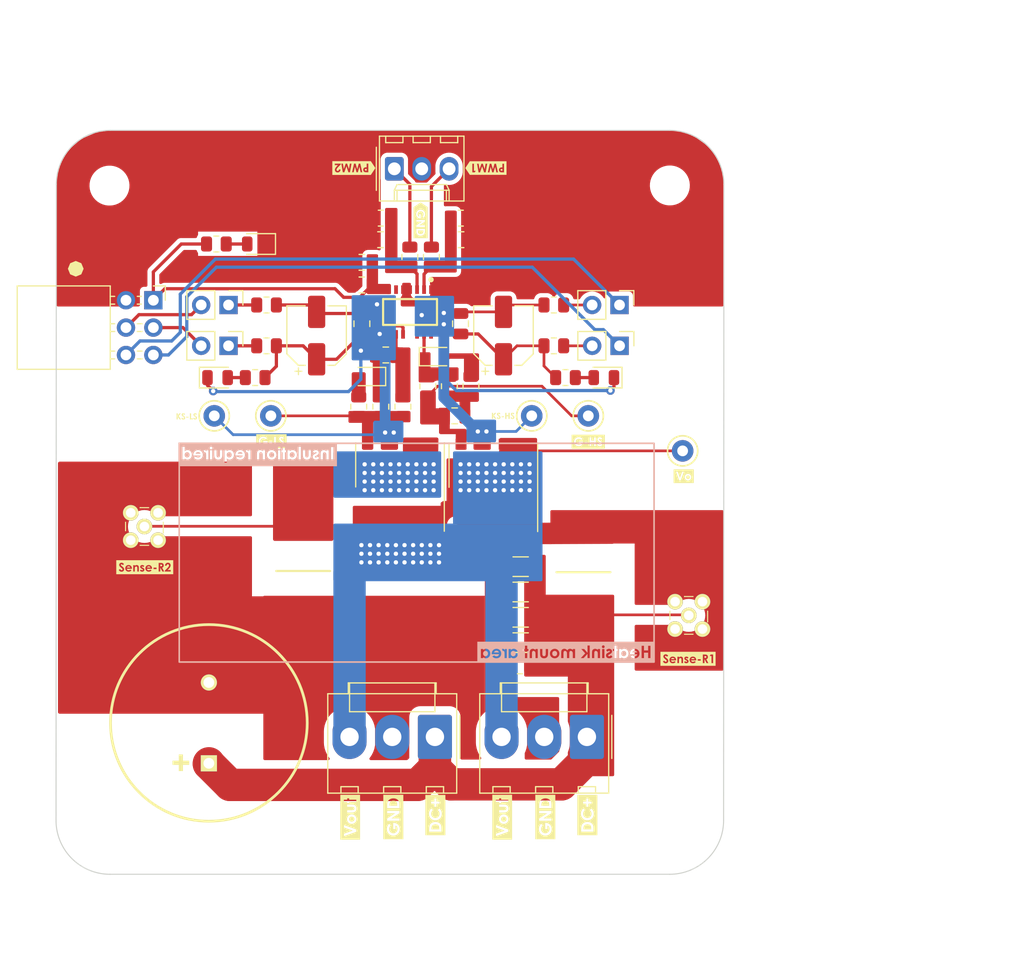
<source format=kicad_pcb>
(kicad_pcb (version 20221018) (generator pcbnew)
  (title_block (comment 4 "AISLER Project ID: ZPYPMIGU"))
  (layers (0 "F.Cu" mixed) (31 "B.Cu" mixed) (34 "B.Paste" user) (35 "F.Paste" user) (36 "B.SilkS" user "B.Silkscreen") (37 "F.SilkS" user "F.Silkscreen") (38 "B.Mask" user) (39 "F.Mask" user) (44 "Edge.Cuts" user))
  (net 0 "")
  (net 1 "GND")
  (net 2 "+3.3V")
  (net 3 "VCCA")
  (net 4 "VCCB")
  (net 5 "GND1")
  (net 6 "LED1")
  (net 7 "Net-(C5-Pad1)")
  (net 8 "Net-(D2-K)")
  (net 9 "GND2")
  (net 10 "OUTA")
  (net 11 "GND3")
  (net 12 "Net-(Q1-G)")
  (net 13 "Net-(D1-A)")
  (net 14 "Net-(D2-A)")
  (net 15 "Net-(D5-A)")
  (net 16 "Net-(D6-A)")
  (net 17 "Net-(D7-A)")
  (net 18 "Net-(J8-Pin_2)")
  (net 19 "Net-(J7-Pin_1)")
  (net 20 "HVDC+")
  (net 21 "PWM1")
  (net 22 "PWM2")
  (net 23 "OUTB")
  (net 24 "gnd-1")
  (net 25 "LED2")
  (net 26 "gnd-2")
  (net 27 "Net-(J6-Pin_1)")
  (net 28 "Net-(J5-Pin_2)")
  (net 30 "Net-(J9-Pad2)")
  (net 31 "Net-(J10-Pad1)")
  (net 32 "Net-(J1-Pin_3)")
  (net 33 "Net-(J2-Pin_1)")
  (net 34 "Net-(J2-Pin_3)")
  (net 35 "Net-(Q2-G)")
  (footprint "LED_SMD:LED_0805_2012Metric" (layer "F.Cu") (at 124.525 58.31 180)
    (fp_text reference "D5" hide)
    (fp_text value "LED")
  )
  (footprint "Connector_Molex:Molex_KK-254_AE-6410-03A_1x03_P2.54mm_Vertical" (layer "F.Cu") (at 137.235 51.33)
    (fp_text reference "J2" hide)
    (fp_text value "PWM")
  )
  (footprint "MountingHole:MountingHole_3.2mm_M3" (layer "F.Cu") (at 162.794466 52.874466)
    (fp_text reference "H3" hide)
    (fp_text value "MountingHole")
  )
  (footprint "kibuzzard-63FF1A06" (layer "F.Cu") (at 133.48 51.26 180)
    (fp_text reference "kibuzzard-63FF1A06" hide)
    (fp_text value "G***" hide)
  )
  (footprint "Resistor_SMD:R_0805_2012Metric" (layer "F.Cu") (at 143.405 55.91)
    (fp_text reference "R16" hide)
    (fp_text value "10k")
  )
  (footprint "Connector_PinHeader_2.54mm:PinHeader_1x02_P2.54mm_Vertical" (layer "F.Cu") (at 121.855 67.76 -90)
    (fp_text reference "J6" hide)
    (fp_text value "5V")
  )
  (footprint "EKXL451ELL101MM30S:CAPPRD750W80D1825H3200" (layer "F.Cu") (at 120.03 106.51 90)
    (fp_text reference "C10" hide)
    (fp_text value "100uF/450V" hide)
  )
  (footprint "Resistor_SMD:R_0805_2012Metric" (layer "F.Cu") (at 124.325 70.71)
    (fp_text reference "R12" hide)
    (fp_text value "4.7k")
  )
  (footprint "Capacitor_SMD:CP_Elec_5x5.3" (layer "F.Cu") (at 130.025 66.81 90)
    (fp_text reference "C16" hide)
    (fp_text value "10uF/35V")
  )
  (footprint "2EDF7275K:TFLGA65P500X500X106-14_13N-V" (layer "F.Cu") (at 138.6925 64.62 -90)
    (fp_text reference "IC1" hide)
    (fp_text value "2EDF7275KXUMA1")
  )
  (footprint "kibuzzard-63FF19FC" (layer "F.Cu") (at 145.73 51.26 180)
    (fp_text reference "kibuzzard-63FF19FC" hide)
    (fp_text value "G***" hide)
  )
  (footprint "Resistor_SMD:R_0805_2012Metric" (layer "F.Cu") (at 148.88 97.46 180)
    (fp_text reference "R8" hide)
    (fp_text value "500k")
  )
  (footprint "Capacitor_SMD:C_0805_2012Metric" (layer "F.Cu") (at 134.225 62.11)
    (fp_text reference "C1" hide)
    (fp_text value "100nF")
  )
  (footprint "Capacitor_SMD:C_1206_3216Metric" (layer "F.Cu") (at 148.955 88.26 180)
    (fp_text reference "C9" hide)
    (fp_text value "100nF/450V")
  )
  (footprint "TestPoint:TestPoint_Keystone_5000-5004_Miniature" (layer "F.Cu") (at 149.98 74.26)
    (fp_text reference "TP5" hide)
    (fp_text value "TestPoint_Alt")
  )
  (footprint "MMCX-J-P-H-ST-TH1:MMCXJPHSTTH1" (layer "F.Cu") (at 163.28 91.51)
    (fp_text reference "J9" hide)
    (fp_text value "MMCX-J-P-H-ST-TH1" hide)
  )
  (footprint "Resistor_SMD:R_0805_2012Metric" (layer "F.Cu") (at 125.38 63.97)
    (fp_text reference "FB2" hide)
    (fp_text value "fb")
  )
  (footprint "Resistor_SMD:R_0805_2012Metric" (layer "F.Cu") (at 138.675 59.51 -90)
    (fp_text reference "R13" hide)
    (fp_text value "100")
  )
  (footprint "Resistor_SMD:R_0805_2012Metric" (layer "F.Cu") (at 138.03 73.41 -90)
    (fp_text reference "R1" hide)
    (fp_text value "470")
  )
  (footprint "Resistor_SMD:R_0805_2012Metric" (layer "F.Cu") (at 140.3425 71.51 -90)
    (fp_text reference "R3" hide)
    (fp_text value "470")
  )
  (footprint "Capacitor_SMD:C_1206_3216Metric" (layer "F.Cu") (at 148.955 90.61 180)
    (fp_text reference "C8" hide)
    (fp_text value "100nF/450V")
  )
  (footprint "LED_SMD:LED_0805_2012Metric" (layer "F.Cu") (at 156.6725 70.71 180)
    (fp_text reference "D6" hide)
    (fp_text value "LED")
  )
  (footprint "TestPoint:TestPoint_Keystone_5000-5004_Miniature" (layer "F.Cu") (at 163.98 77.51)
    (fp_text reference "TP4" hide)
    (fp_text value "TestPoint_Alt")
  )
  (footprint "Resistor_SMD:R_0805_2012Metric" (layer "F.Cu") (at 120.725 58.31 180)
    (fp_text reference "R10" hide)
    (fp_text value "4.7k")
  )
  (footprint "kibuzzard-63EE9059" (layer "F.Cu") (at 151.24 111.494071 90)
    (fp_text reference "kibuzzard-63EE9059" hide)
    (fp_text value "G***" hide)
  )
  (footprint "Package_SON:Infineon_PG-LSON-8-1" (layer "F.Cu") (at 146.42 80.89 90)
    (fp_text reference "Q1" hide)
    (fp_text value "IGLD60R190D1")
  )
  (footprint "Resistor_SMD:R_0805_2012Metric" (layer "F.Cu") (at 142.3425 71.51 -90)
    (fp_text reference "R2" hide)
    (fp_text value "10")
  )
  (footprint "Connector_PinHeader_2.54mm:PinHeader_1x02_P2.54mm_Vertical" (layer "F.Cu") (at 121.855 63.97 -90)
    (fp_text reference "J7" hide)
    (fp_text value "GND")
  )
  (footprint "Resistor_SMD:R_0805_2012Metric" (layer "F.Cu") (at 144.3425 71.51 -90)
    (fp_text reference "R5" hide)
    (fp_text value "5.1")
  )
  (footprint "Capacitor_SMD:C_0805_2012Metric" (layer "F.Cu") (at 143.425 57.91 180)
    (fp_text reference "C14" hide)
    (fp_text value "100nF")
  )
  (footprint "Resistor_SMD:R_0805_2012Metric" (layer "F.Cu") (at 152.03 63.97)
    (fp_text reference "FB1" hide)
    (fp_text value "fb")
  )
  (footprint "Resistor_SMD:R_0805_2012Metric" (layer "F.Cu") (at 152.03 67.76)
    (fp_text reference "FB4" hide)
    (fp_text value "fb")
  )
  (footprint "Resistor_SMD:R_0805_2012Metric" (layer "F.Cu") (at 135.98 73.41 -90)
    (fp_text reference "R4" hide)
    (fp_text value "10")
  )
  (footprint "Resistor_SMD:R_0805_2012Metric" (layer "F.Cu") (at 153.1125 70.71 180)
    (fp_text reference "R11" hide)
    (fp_text value "4.7k")
  )
  (footprint "Capacitor_SMD:C_0805_2012Metric" (layer "F.Cu") (at 135.955 57.91)
    (fp_text reference "C13" hide)
    (fp_text value "100nF")
  )
  (footprint "kibuzzard-63FF1A39" (layer "F.Cu") (at 114.08 88.31)
    (fp_text reference "kibuzzard-63FF1A39" hide)
    (fp_text value "G***" hide)
  )
  (footprint "kibuzzard-63FF1AED" (layer "F.Cu") (at 117.98 74.31)
    (fp_text reference "kibuzzard-63FF1AED" hide)
    (fp_text value "G***" hide)
  )
  (footprint "kibuzzard-63EDDA14" (layer "F.Cu") (at 107.68 60.61)
    (fp_text reference "kibuzzard-63EDDA14" hide)
    (fp_text value "G***" hide)
  )
  (footprint "Connector_PinSocket_2.54mm:PinSocket_2x03_P2.54mm_Horizontal" (layer "F.Cu") (at 114.88 63.53)
    (fp_text reference "J4" hide)
    (fp_text value "Conn_02x03_Odd_Even")
  )
  (footprint "Connector_PinHeader_2.54mm:PinHeader_1x02_P2.54mm_Vertical" (layer "F.Cu") (at 158.13 67.76 -90)
    (fp_text reference "J5" hide)
    (fp_text value "5V")
  )
  (footprint "Capacitor_SMD:C_0805_2012Metric" (layer "F.Cu") (at 142.83 74.26 180)
    (fp_text reference "C5" hide)
    (fp_text value "2.2nF")
  )
  (footprint "kibuzzard-63EE9044" (layer "F.Cu") (at 155.14 111.315 90)
    (fp_text reference "kibuzzard-63EE9044" hide)
    (fp_text value "G***" hide)
  )
  (footprint "kibuzzard-63EE9044" (layer "F.Cu") (at 141.04 111.315 90)
    (fp_text reference "kibuzzard-63EE9044" hide)
    (fp_text value "G***" hide)
  )
  (footprint "footprint:RESC10052X50N" (layer "F.Cu") (at 128.78 88.66 -90)
    (fp_text reference "R9" hide)
    (fp_text value "WSLP3921L1000FEA" hide)
  )
  (footprint "MountingHole:MountingHole_3.2mm_M3" (layer "F.Cu") (at 110.808932 52.888932)
    (fp_text reference "H4" hide)
    (fp_text value "MountingHole")
  )
  (footprint "Package_SON:Infineon_PG-LSON-8-1" (layer "F.Cu") (at 137.76 80.86 90)
    (fp_text reference "Q2" hide)
    (fp_text value "IGLD60R190D1")
  )
  (footprint "Diode_SMD:D_SOD-323" (layer "F.Cu") (at 134.93 70.61 180)
    (fp_text reference "D2" hide)
    (fp_text value "BAT165")
  )
  (footprint "Capacitor_SMD:C_0805_2012Metric" (layer "F.Cu") (at 136.4425 68.61 180)
    (fp_text reference "C4" hide)
    (fp_text value "2.2nF")
  )
  (footprint "Connector_Molex:Molex_KK-396_A-41791-0003_1x03_P3.96mm_Vertical" (layer "F.Cu") (at 141 104.06 180)
    (fp_text reference "J3" hide)
    (fp_text value "HVDC")
  )
  (footprint "kibuzzard-63EDD5C6" (layer "F.Cu") (at 125.83 76.61)
    (fp_text reference "kibuzzard-63EDD5C6" hide)
    (fp_text value "G***" hide)
  )
  (footprint "Resistor_SMD:R_0805_2012Metric" (layer "F.Cu") (at 140.675 59.51 -90)
    (fp_text reference "R14" hide)
    (fp_text value "100")
  )
  (footprint "TestPoint:TestPoint_Keystone_5000-5004_Miniature" (layer "F.Cu") (at 125.78 74.26)
    (fp_text reference "TP2" hide)
    (fp_text value "TestPoint_Alt")
  )
  (footprint "MMCX-J-P-H-ST-TH1:MMCXJPHSTTH1" (layer "F.Cu") (at 112.78 83.26)
    (fp_text reference "J10" hide)
    (fp_text value "MMCX-J-P-H-ST-TH1" hide)
  )
  (footprint "kibuzzard-63EDD756" (layer "F.Cu") (at 164.08 79.86)
    (fp_text reference "kibuzzard-63EDD756" hide)
    (fp_text value "G***" hide)
  )
  (footprint "LED_SMD:LED_0805_2012Metric" (layer "F.Cu") (at 120.8375 70.71)
    (fp_text reference "D7" hide)
    (fp_text value "LED")
  )
  (footprint "kibuzzard-63FF19DB" (layer "F.Cu") (at 139.675 56.11 -90)
    (fp_text reference "kibuzzard-63FF19DB" hide)
    (fp_text value "G***" hide)
  )
  (footprint "Resistor_SMD:R_0805_2012Metric" (layer "F.Cu") (at 135.975 55.91 180)
    (fp_text reference "R15" hide)
    (fp_text value "10k")
  )
  (footprint "TestPoint:TestPoint_Keystone_5000-5004_Miniature" (layer "F.Cu") (at 155.23 74.26)
    (fp_text reference "TP1" hide)
    (fp_text value "TestPoint_Alt")
  )
  (footprint "kibuzzard-63EE9091" (layer "F.Cu") (at 133.14 111.515 90)
    (fp_text reference "kibuzzard-63EE9091" hide)
    (fp_text value "G***" hide)
  )
  (footprint "kibuzzard-63EDD5E0" (layer "F.Cu") (at 155.225 76.66)
    (fp_text reference "kibuzzard-63EDD5E0" hide)
    (fp_text value "G***" hide)
  )
  (footprint "Capacitor_SMD:C_1206_3216Metric" (layer "F.Cu") (at 148.955 95.31 180)
    (fp_text reference "C7" hide)
    (fp_text value "100nF/450V")
  )
  (footprint "kibuzzard-63EDD791" (layer "F.Cu") (at 164.48 96.81)
    (fp_text reference "kibuzzard-63EDD791" hide)
    (fp_text value "G***" hide)
  )
  (footprint "kibuzzard-63FF2B27" (layer "F.Cu") (at 117.43 106.46)
    (fp_text reference "kibuzzard-63FF2B27" hide)
    (fp_text value "G***" hide)
  )
  (footprint "footprint:RESC10052X50N" (layer "F.Cu") (at 154.78 88.77 -90)
    (fp_text reference "R7" hide)
    (fp_text value "WSLP3921L1000FEA" hide)
  )
  (footprint "kibuzzard-63EE9091" (layer "F.Cu") (at 147.24 111.515 90)
    (fp_text reference "kibuzzard-63EE9091" hide)
    (fp_text value "G***" hide)
  )
  (footprint "Diode_SMD:D_SOD-323" (layer "F.Cu") (at 141.0475 68.76)
    (fp_text reference "D1" hide)
    (fp_text value "BAT165")
  )
  (footprint "Connector_Molex:Molex_KK-396_A-41791-0003_1x03_P3.96mm_Vertical" (layer "F.Cu") (at 155.1 104.06 180)
    (fp_text reference "J1" hide)
    (fp_text value "HVDC")
  )
  (footprint "kibuzzard-63FF1AF8" (layer "F.Cu") (at 147.33 74.26)
    (fp_text reference "kibuzzard-63FF1AF8" hide)
    (fp_text value "G***" hide)
  )
  (footprint "MountingHole:MountingHole_3.2mm_M3" (layer "F.Cu") (at 162.78 111.81)
    (fp_text reference "H1" hide)
    (fp_text value "MountingHole")
  )
  (footprint "Capacitor_SMD:C_0805_2012Metric" (layer "F.Cu") (at 134.225 65.71 -90)
    (fp_text reference "C3" hide)
    (fp_text value "1uF")
  )
  (footprint "Capacitor_SMD:C_0805_2012Metric" (layer "F.Cu") (at 134.225 60.01)
    (fp_text reference "C11" hide)
    (fp_text value "100nF")
  )
  (footprint "Connector_PinHeader_2.54mm:PinHeader_1x02_P2.54mm_Vertical" (layer "F.Cu") (at 158.125 63.97 -90)
    (fp_text reference "J8" hide)
    (fp_text value "GND")
  )
  (footprint "kibuzzard-63EE9059" (layer "F.Cu") (at 137.14 111.494071 90)
    (fp_text reference "kibuzzard-63EE9059" hide)
    (fp_text value "G***" hide)
  )
  (footprint "Resistor_SMD:R_0805_2012Metric" (layer "F.Cu") (at 125.38 67.76 180)
    (fp_text reference "FB3" hide)
    (fp_text value "fb")
  )
  (footprint "Capacitor_SMD:C_0805_2012Metric" (layer "F.Cu") (at 143.375 65.71 -90)
    (fp_text reference "C2" hide)
    (fp_text value "1uF")
  )
  (footprint "TestPoint:TestPoint_Keystone_5000-5004_Miniature" (layer "F.Cu") (at 120.53 74.26)
    (fp_text reference "TP3" hide)
    (fp_text value "TestPoint_Alt")
  )
  (footprint "Capacitor_SMD:CP_Elec_5x5.3" (layer "F.Cu") (at 147.3625 66.81 90)
    (fp_text reference "C15" hide)
    (fp_text value "10uF/35V")
  )
  (footprint "MountingHole:MountingHole_3.2mm_M3" (layer "F.Cu") (at 110.88 111.81)
    (fp_text reference "H2" hide)
    (fp_text value "MountingHole")
  )
  (footprint "Capacitor_SMD:C_1206_3216Metric" (layer "F.Cu") (at 148.955 92.96 180)
    (fp_text reference "C6" hide)
    (fp_text value "100nF/450V")
  )
  (footprint "Resistor_SMD:R_0805_2012Metric" (layer "F.Cu") (at 133.93 73.41 -90)
    (fp_text reference "R6" hide)
    (fp_text value "5.1")
  )
  (footprint "kibuzzard-63FF27E9" (layer "B.Cu") (at 153.13 96.16 180)
    (fp_text reference "kibuzzard-63FF27E9" hide)
    (fp_text value "G***" hide)
  )
  (footprint "kibuzzard-63FF2952" (layer "B.Cu") (at 124.58 77.86 180)
    (fp_text reference "kibuzzard-63FF2952" hide)
    (fp_text value "G***" hide)
  )
  (gr_rect (start 117.28 76.81) (end 161.33 97.11) (stroke (width 0.15)) (fill none) (layer "B.SilkS"))
  (gr_line (start 167.78 111.81) (end 167.808932 52.774466) (stroke (width 0.1)) (layer "Edge.Cuts"))
  (gr_line (start 110.88 47.76) (end 162.794466 47.76) (stroke (width 0.1)) (layer "Edge.Cuts"))
  (gr_line (start 105.88 52.76) (end 105.851068 111.81) (stroke (width 0.1)) (layer "Edge.Cuts"))
  (gr_arc (start 110.851068 116.81) (mid 107.315524 115.345544) (end 105.851068 111.81) (stroke (width 0.1)) (layer "Edge.Cuts"))
  (gr_arc (start 105.88 52.76) (mid 107.344466 49.224466) (end 110.88 47.76) (stroke (width 0.1)) (layer "Edge.Cuts"))
  (gr_line (start 110.851068 116.81) (end 162.78 116.81) (stroke (width 0.1)) (layer "Edge.Cuts"))
  (gr_arc (start 167.78 111.81) (mid 166.315544 115.345544) (end 162.78 116.81) (stroke (width 0.1)) (layer "Edge.Cuts"))
  (gr_arc (start 162.794466 47.76) (mid 166.336031 49.232921) (end 167.808932 52.774466) (stroke (width 0.1)) (layer "Edge.Cuts"))
  (segment (start 131.73 62.46) (end 115.95 62.46) (width 0.3) (layer "F.Cu") (net 2))
  (segment (start 132.53 63.26) (end 131.73 62.46) (width 0.3) (layer "F.Cu") (net 2))
  (segment (start 115.95 62.46) (end 114.88 63.53) (width 0.3) (layer "F.Cu") (net 2))
  (segment (start 114.88 63.53) (end 114.88 60.9) (width 0.3) (layer "F.Cu") (net 2))
  (segment (start 119.8125 58.31) (end 117.47 58.31) (width 0.3) (layer "F.Cu") (net 2))
  (segment (start 114.88 60.9) (end 117.47 58.31) (width 0.3) (layer "F.Cu") (net 2))
  (segment (start 135.175 62.11) (end 134.025 63.26) (width 0.3) (layer "F.Cu") (net 2))
  (segment (start 134.025 63.26) (end 132.53 63.26) (width 0.3) (layer "F.Cu") (net 2))
  (segment (start 156.63 66.26) (end 155.83 66.26) (width 0.3) (layer "B.Cu") (net 3))
  (segment (start 150.03 60.46) (end 120.73 60.46) (width 0.3) (layer "B.Cu") (net 3))
  (segment (start 155.83 66.26) (end 150.03 60.46) (width 0.3) (layer "B.Cu") (net 3))
  (segment (start 158.13 67.76) (end 156.63 66.26) (width 0.3) (layer "B.Cu") (net 3))
  (segment (start 120.73 60.46) (end 117.98 63.21) (width 0.3) (layer "B.Cu") (net 3))
  (segment (start 117.98 66.910001) (end 116.28 68.61) (width 0.3) (layer "B.Cu") (net 3))
  (segment (start 117.98 63.21) (end 117.98 66.910001) (width 0.3) (layer "B.Cu") (net 3))
  (segment (start 116.28 68.61) (end 114.88 68.61) (width 0.3) (layer "B.Cu") (net 3))
  (segment (start 117.625 66.07) (end 119.315 67.76) (width 0.3) (layer "F.Cu") (net 4))
  (segment (start 114.88 66.07) (end 117.625 66.07) (width 0.3) (layer "F.Cu") (net 4))
  (segment (start 113.64 67.31) (end 112.34 68.61) (width 0.3) (layer "B.Cu") (net 5))
  (segment (start 117.38 66.51) (end 116.58 67.31) (width 0.3) (layer "B.Cu") (net 5))
  (segment (start 116.58 67.31) (end 113.64 67.31) (width 0.3) (layer "B.Cu") (net 5))
  (segment (start 153.865 59.71) (end 120.63 59.71) (width 0.3) (layer "B.Cu") (net 5))
  (segment (start 117.38 62.96) (end 117.38 66.51) (width 0.3) (layer "B.Cu") (net 5))
  (segment (start 158.125 63.97) (end 153.865 59.71) (width 0.3) (layer "B.Cu") (net 5))
  (segment (start 120.63 59.71) (end 117.38 62.96) (width 0.3) (layer "B.Cu") (net 5))
  (segment (start 151.1175 67.76) (end 151.1175 69.6275) (width 0.25) (layer "F.Cu") (net 6))
  (segment (start 148.6125 67.76) (end 147.3625 69.01) (width 0.25) (layer "F.Cu") (net 6))
  (segment (start 145.0125 66.66) (end 147.3625 69.01) (width 0.3) (layer "F.Cu") (net 6))
  (segment (start 143.34 66.695) (end 140.6425 66.695) (width 0.3) (layer "F.Cu") (net 6))
  (segment (start 143.375 66.66) (end 145.0125 66.66) (width 0.3) (layer "F.Cu") (net 6))
  (segment (start 151.1175 67.76) (end 148.6125 67.76) (width 0.25) (layer "F.Cu") (net 6))
  (segment (start 143.375 66.66) (end 143.34 66.695) (width 0.3) (layer "F.Cu") (net 6))
  (segment (start 151.1175 69.6275) (end 152.2 70.71) (width 0.25) (layer "F.Cu") (net 6))
  (segment (start 118.415 64.87) (end 113.54 64.87) (width 0.3) (layer "F.Cu") (net 9))
  (segment (start 113.54 64.87) (end 112.34 66.07) (width 0.3) (layer "F.Cu") (net 9))
  (segment (start 119.315 63.97) (end 118.415 64.87) (width 0.3) (layer "F.Cu") (net 9))
  (segment (start 139.9925 68.755) (end 139.9975 68.76) (width 0.3) (layer "F.Cu") (net 10))
  (segment (start 139.9925 66.695) (end 139.9925 68.755) (width 0.3) (layer "F.Cu") (net 10))
  (segment (start 155.23 74.26) (end 153.68 74.26) (width 0.25) (layer "F.Cu") (net 12))
  (segment (start 153.68 74.26) (end 150.93 71.51) (width 0.25) (layer "F.Cu") (net 12))
  (segment (start 150.93 71.51) (end 141.255 71.51) (width 0.25) (layer "F.Cu") (net 12))
  (segment (start 141.255 71.51) (end 140.3425 72.4225) (width 0.25) (layer "F.Cu") (net 12))
  (segment (start 121.6375 58.31) (end 123.5875 58.31) (width 0.3) (layer "F.Cu") (net 15))
  (segment (start 154.025 70.71) (end 155.735 70.71) (width 0.3) (layer "F.Cu") (net 16))
  (segment (start 123.4125 70.71) (end 121.775 70.71) (width 0.3) (layer "F.Cu") (net 17))
  (segment (start 155.585 63.97) (end 152.9425 63.97) (width 0.25) (layer "F.Cu") (net 18))
  (segment (start 121.855 63.97) (end 124.4675 63.97) (width 0.3) (layer "F.Cu") (net 19))
  (segment (start 139.39 108.515) (end 141 106.905) (width 3) (layer "F.Cu") (net 20))
  (segment (start 155.1 106.105) (end 155.1 104.06) (width 3) (layer "F.Cu") (net 20))
  (segment (start 164.502 92.732) (end 154.968 92.732) (width 0.25) (layer "F.Cu") (net 20))
  (segment (start 164.55 92.78) (end 164.502 92.732) (width 0.25) (layer "F.Cu") (net 20))
  (segment (start 141 104.06) (end 141 106.975) (width 3) (layer "F.Cu") (net 20))
  (segment (start 152.74 108.465) (end 155.1 106.105) (width 3) (layer "F.Cu") (net 20))
  (segment (start 141 106.975) (end 142.49 108.465) (width 3) (layer "F.Cu") (net 20))
  (segment (start 121.985 108.515) (end 120.03 106.56) (width 3) (layer "F.Cu") (net 20))
  (segment (start 142.49 108.465) (end 152.74 108.465) (width 3) (layer "F.Cu") (net 20))
  (segment (start 120.03 106.56) (end 120.03 106.51) (width 3) (layer "F.Cu") (net 20))
  (segment (start 141 106.905) (end 141 104.06) (width 3) (layer "F.Cu") (net 20))
  (segment (start 121.985 108.515) (end 139.39 108.515) (width 3) (layer "F.Cu") (net 20))
  (segment (start 154.968 92.732) (end 154.78 92.92) (width 0.25) (layer "F.Cu") (net 20))
  (segment (start 139.9925 61.105) (end 140.675 60.4225) (width 0.3) (layer "F.Cu") (net 21))
  (segment (start 139.9925 62.545) (end 139.9925 61.105) (width 0.3) (layer "F.Cu") (net 21))
  (segment (start 139.3425 61.09) (end 138.675 60.4225) (width 0.3) (layer "F.Cu") (net 22))
  (segment (start 139.3425 62.545) (end 139.3425 61.09) (width 0.3) (layer "F.Cu") (net 22))
  (segment (start 137.3925 66.695) (end 137.3925 68.61) (width 0.3) (layer "F.Cu") (net 23))
  (segment (start 139.775 64.91) (end 139.3425 65.3425) (width 0.25) (layer "F.Cu") (net 24))
  (segment (start 141.875 64.76) (end 143.875 64.76) (width 0.25) (layer "F.Cu") (net 24))
  (segment (start 151.1175 63.97) (end 148.0025 63.97) (width 0.25) (layer "F.Cu") (net 24))
  (segment (start 144.025 64.61) (end 147.3625 64.61) (width 0.25) (layer "F.Cu") (net 24))
  (segment (start 141.825 64.71) (end 141.875 64.76) (width 0.25) (layer "F.Cu") (net 24))
  (segment (start 157.28 71.91) (end 157.61 71.58) (width 0.3) (layer "F.Cu") (net 24))
  (segment (start 139.3425 65.3425) (end 139.3425 66.695) (width 0.25) (layer "F.Cu") (net 24))
  (segment (start 157.61 71.58) (end 157.61 70.71) (width 0.3) (layer "F.Cu") (net 24))
  (segment (start 141.625 64.91) (end 139.775 64.91) (width 0.3) (layer "F.Cu") (net 24))
  (segment (start 148.0025 63.97) (end 147.3625 64.61) (width 0.25) (layer "F.Cu") (net 24))
  (segment (start 141.825 64.71) (end 141.825 65.76) (width 0.3) (layer "F.Cu") (net 24))
  (segment (start 141.825 64.71) (end 141.625 64.91) (width 0.3) (layer "F.Cu") (net 24))
  (segment (start 143.875 64.76) (end 144.025 64.61) (width 0.25) (layer "F.Cu") (net 24))
  (via (at 145.78 75.71) (size 0.8) (drill 0.4) (layers "F.Cu" "B.Cu") (net 24))
  (via (at 144.98 75.71) (size 0.8) (drill 0.4) (layers "F.Cu" "B.Cu") (net 24))
  (via (at 139.775 64.91) (size 0.8) (drill 0.4) (layers "F.Cu" "B.Cu") (net 24))
  (via (at 141.825 64.71) (size 0.8) (drill 0.4) (layers "F.Cu" "B.Cu") (net 24))
  (via (at 141.825 65.76) (size 0.8) (drill 0.4) (layers "F.Cu" "B.Cu") (net 24))
  (via (at 157.28 71.91) (size 0.8) (drill 0.4) (layers "F.Cu" "B.Cu") (net 24))
  (segment (start 141.825 65.76) (end 141.825 71.21) (width 1) (layer "B.Cu") (net 24))
  (segment (start 141.825 71.21) (end 141.825 72.555) (width 1) (layer "B.Cu") (net 24))
  (segment (start 148.53 75.71) (end 145.78 75.71) (width 0.25) (layer "B.Cu") (net 24))
  (segment (start 142.98 71.91) (end 142.28 71.21) (width 0.3) (layer "B.Cu") (net 24))
  (segment (start 141.825 72.555) (end 144.98 75.71) (width 1) (layer "B.Cu") (net 24))
  (segment (start 142.28 71.21) (end 141.825 71.21) (width 0.3) (layer "B.Cu") (net 24))
  (segment (start 149.98 74.26) (end 148.53 75.71) (width 0.25) (layer "B.Cu") (net 24))
  (segment (start 157.28 71.91) (end 142.98 71.91) (width 0.3) (layer "B.Cu") (net 24))
  (segment (start 126.2925 69.655) (end 125.2375 70.71) (width 0.3) (layer "F.Cu") (net 25))
  (segment (start 128.775 67.76) (end 130.025 69.01) (width 0.3) (layer "F.Cu") (net 25))
  (segment (start 138.0425 66.07) (end 138.0425 66.695) (width 0.3) (layer "F.Cu") (net 25))
  (segment (start 126.2925 67.76) (end 126.2925 69.655) (width 0.3) (layer "F.Cu") (net 25))
  (segment (start 130.025 69.01) (end 131.875 69.01) (width 0.3) (layer "F.Cu") (net 25))
  (segment (start 134.225 66.66) (end 134.975 65.91) (width 0.3) (layer "F.Cu") (net 25))
  (segment (start 134.975 65.91) (end 137.8825 65.91) (width 0.3) (layer "F.Cu") (net 25))
  (segment (start 137.8825 65.91) (end 138.0425 66.07) (width 0.3) (layer "F.Cu") (net 25))
  (segment (start 126.2925 67.76) (end 128.775 67.76) (width 0.3) (layer "F.Cu") (net 25))
  (segment (start 131.875 69.01) (end 134.225 66.66) (width 0.3) (layer "F.Cu") (net 25))
  (segment (start 129.385 63.97) (end 130.025 64.61) (width 0.3) (layer "F.Cu") (net 26))
  (segment (start 134.225 64.76) (end 130.175 64.76) (width 0.3) (layer "F.Cu") (net 26))
  (segment (start 135.798528 66.66) (end 135.875 66.66) (width 0.3) (layer "F.Cu") (net 26))
  (segment (start 134.225 64.76) (end 134.775 64.76) (width 0.3) (layer "F.Cu") (net 26))
  (segment (start 135.875 66.66) (end 135.91 66.695) (width 0.25) (layer "F.Cu") (net 26))
  (segment (start 134.13 68.21) (end 134.248528 68.21) (width 0.3) (layer "F.Cu") (net 26))
  (segment (start 119.9 71.43) (end 119.9 70.71) (width 0.3) (layer "F.Cu") (net 26))
  (segment (start 130.175 64.76) (end 130.025 64.61) (width 0.3) (layer "F.Cu") (net 26))
  (segment (start 126.2925 63.97) (end 129.385 63.97) (width 0.3) (layer "F.Cu") (net 26))
  (segment (start 134.775 64.76) (end 135.625 63.91) (width 0.3) (layer "F.Cu") (net 26))
  (segment (start 134.248528 68.21) (end 135.798528 66.66) (width 0.3) (layer "F.Cu") (net 26))
  (segment (start 135.91 66.695) (end 136.7425 66.695) (width 0.25) (layer "F.Cu") (net 26))
  (segment (start 120.43 71.96) (end 119.9 71.43) (width 0.3) (layer "F.Cu") (net 26))
  (via (at 135.625 63.91) (size 0.8) (drill 0.4) (layers "F.Cu" "B.Cu") (net 26))
  (via (at 136.38 75.81) (size 0.8) (drill 0.4) (layers "F.Cu" "B.Cu") (net 26))
  (via (at 134.13 68.21) (size 0.8) (drill 0.4) (layers "F.Cu" "B.Cu") (net 26))
  (via (at 120.43 71.96) (size 0.8) (drill 0.4) (layers "F.Cu" "B.Cu") (net 26))
  (via (at 135.875 66.66) (size 0.8) (drill 0.4) (layers "F.Cu" "B.Cu") (net 26))
  (via (at 137.18 75.81) (size 0.8) (drill 0.4) (layers "F.Cu" "B.Cu") (net 26))
  (segment (start 122.28 76.01) (end 120.53 74.26) (width 0.25) (layer "B.Cu") (net 26))
  (segment (start 136.38 75.81) (end 136.38 68.71) (width 1) (layer "B.Cu") (net 26))
  (segment (start 136.18 76.01) (end 136.38 75.81) (width 0.25) (layer "B.Cu") (net 26))
  (segment (start 120.43 71.96) (end 120.48 72.01) (width 0.3) (layer "B.Cu") (net 26))
  (segment (start 132.98 72.01) (end 134.13 70.86) (width 0.3) (layer "B.Cu") (net 26))
  (segment (start 120.48 72.01) (end 132.98 72.01) (width 0.3) (layer "B.Cu") (net 26))
  (segment (start 134.13 70.86) (end 134.13 68.21) (width 0.3) (layer "B.Cu") (net 26))
  (segment (start 136.18 76.01) (end 122.28 76.01) (width 0.25) (layer "B.Cu") (net 26))
  (segment (start 121.855 67.76) (end 124.4675 67.76) (width 0.3) (layer "F.Cu") (net 27))
  (segment (start 155.59 67.76) (end 152.9425 67.76) (width 0.25) (layer "F.Cu") (net 28))
  (segment (start 128.78 84.51) (end 114.07 84.51) (width 0.25) (layer "F.Cu") (net 31))
  (segment (start 137.55 79.96) (end 137.52 79.99) (width 0.25) (layer "F.Cu") (net 31))
  (segment (start 114.07 84.51) (end 114.05 84.53) (width 0.25) (layer "F.Cu") (net 31))
  (via (at 139.28 81.16) (size 0.8) (drill 0.4) (layers "F.Cu" "B.Cu") (net 31))
  (via (at 140.08 79.56) (size 0.8) (drill 0.4) (layers "F.Cu" "B.Cu") (net 31))
  (via (at 140.88 78.76) (size 0.8) (drill 0.4) (layers "F.Cu" "B.Cu") (net 31))
  (via (at 135.28 80.36) (size 0.8) (drill 0.4) (layers "F.Cu" "B.Cu") (net 31))
  (via (at 136.08 79.56) (size 0.8) (drill 0.4) (layers "F.Cu" "B.Cu") (net 31))
  (via (at 134.48 81.16) (size 0.8) (drill 0.4) (layers "F.Cu" "B.Cu") (net 31))
  (via (at 136.88 78.76) (size 0.8) (drill 0.4) (layers "F.Cu" "B.Cu") (net 31))
  (via (at 136.08 81.16) (size 0.8) (drill 0.4) (layers "F.Cu" "B.Cu") (net 31))
  (via (at 136.08 78.76) (size 0.8) (drill 0.4) (layers "F.Cu" "B.Cu") (net 31))
  (via (at 136.08 80.36) (size 0.8) (drill 0.4) (layers "F.Cu" "B.Cu") (net 31))
  (via (at 140.88 80.36) (size 0.8) (drill 0.4) (layers "F.Cu" "B.Cu") (net 31))
  (via (at 140.88 79.56) (size 0.8) (drill 0.4) (layers "F.Cu" "B.Cu") (net 31))
  (via (at 135.28 79.56) (size 0.8) (drill 0.4) (layers "F.Cu" "B.Cu") (net 31))
  (via (at 138.48 80.36) (size 0.8) (drill 0.4) (layers "F.Cu" "B.Cu") (net 31))
  (via (at 140.88 81.16) (size 0.8) (drill 0.4) (layers "F.Cu" "B.Cu") (net 31))
  (via (at 134.48 79.56) (size 0.8) (drill 0.4) (layers "F.Cu" "B.Cu") (net 31))
  (via (at 138.48 79.56) (size 0.8) (drill 0.4) (layers "F.Cu" "B.Cu") (net 31))
  (via (at 139.28 78.76) (size 0.8) (drill 0.4) (layers "F.Cu" "B.Cu") (net 31))
  (via (at 140.08 81.16) (size 0.8) (drill 0.4) (layers "F.Cu" "B.Cu") (net 31))
  (via (at 134.48 80.36) (size 0.8) (drill 0.4) (layers "F.Cu" "B.Cu") (net 31))
  (via (at 139.28 80.36) (size 0.8) (drill 0.4) (layers "F.Cu" "B.Cu") (net 31))
  (via (at 138.48 81.16) (size 0.8) (drill 0.4) (layers "F.Cu" "B.Cu") (net 31))
  (via (at 138.48 78.76) (size 0.8) (drill 0.4) (layers "F.Cu" "B.Cu") (net 31))
  (via (at 137.68 79.56) (size 0.8) (drill 0.4) (layers "F.Cu" "B.Cu") (net 31))
  (via (at 135.28 81.16) (size 0.8) (drill 0.4) (layers "F.Cu" "B.Cu") (net 31))
  (via (at 140.08 80.36) (size 0.8) (drill 0.4) (layers "F.Cu" "B.Cu") (net 31))
  (via (at 136.88 81.16) (size 0.8) (drill 0.4) (layers "F.Cu" "B.Cu") (net 31))
  (via (at 134.48 78.76) (size 0.8) (drill 0.4) (layers "F.Cu" "B.Cu") (net 31))
  (via (at 139.28 79.56) (size 0.8) (drill 0.4) (layers "F.Cu" "B.Cu") (net 31))
  (via (at 136.88 79.56) (size 0.8) (drill 0.4) (layers "F.Cu" "B.Cu") (net 31))
  (via (at 137.68 78.76) (size 0.8) (drill 0.4) (layers "F.Cu" "B.Cu") (net 31))
  (via (at 137.68 80.36) (size 0.8) (drill 0.4) (layers "F.Cu" "B.Cu") (net 31))
  (via (at 136.88 80.36) (size 0.8) (drill 0.4) (layers "F.Cu" "B.Cu") (net 31))
  (via (at 140.08 78.76) (size 0.8) (drill 0.4) (layers "F.Cu" "B.Cu") (net 31))
  (via (at 135.28 78.76) (size 0.8) (drill 0.4) (layers "F.Cu" "B.Cu") (net 31))
  (via (at 137.68 81.16) (size 0.8) (drill 0.4) (layers "F.Cu" "B.Cu") (net 31))
  (segment (start 163.98 77.51) (end 149.78 77.51) (width 0.25) (layer "F.Cu") (net 32))
  (via (at 148.18 79.56) (size 0.8) (drill 0.4) (layers "F.Cu" "B.Cu") (net 32))
  (via (at 148.98 79.56) (size 0.8) (drill 0.4) (layers "F.Cu" "B.Cu") (net 32))
  (via (at 134.98 87.86) (size 0.8) (drill 0.4) (layers "F.Cu" "B.Cu") (net 32))
  (via (at 144.18 80.36) (size 0.8) (drill 0.4) (layers "F.Cu" "B.Cu") (net 32))
  (via (at 134.98 87.06) (size 0.8) (drill 0.4) (layers "F.Cu" "B.Cu") (net 32))
  (via (at 147.38 79.56) (size 0.8) (drill 0.4) (layers "F.Cu" "B.Cu") (net 32))
  (via (at 148.98 80.36) (size 0.8) (drill 0.4) (layers "F.Cu" "B.Cu") (net 32))
  (via (at 145.78 79.56) (size 0.8) (drill 0.4) (layers "F.Cu" "B.Cu") (net 32))
  (via (at 143.38 81.16) (size 0.8) (drill 0.4) (layers "F.Cu" "B.Cu") (net 32))
  (via (at 145.78 80.36) (size 0.8) (drill 0.4) (layers "F.Cu" "B.Cu") (net 32))
  (via (at 138.18 86.26) (size 0.8) (drill 0.4) (layers "F.Cu" "B.Cu") (net 32))
  (via (at 149.78 80.36) (size 0.8) (drill 0.4) (layers "F.Cu" "B.Cu") (net 32))
  (via (at 136.58 86.26) (size 0.8) (drill 0.4) (layers "F.Cu" "B.Cu") (net 32))
  (via (at 147.38 78.76) (size 0.8) (drill 0.4) (layers "F.Cu" "B.Cu") (net 32))
  (via (at 140.58 87.86) (size 0.8) (drill 0.4) (layers "F.Cu" "B.Cu") (net 32))
  (via (at 140.58 87.06) (size 0.8) (drill 0.4) (layers "F.Cu" "B.Cu") (net 32))
  (via (at 143.38 79.56) (size 0.8) (drill 0.4) (layers "F.Cu" "B.Cu") (net 32))
  (via (at 138.98 87.86) (size 0.8) (drill 0.4) (layers "F.Cu" "B.Cu") (net 32))
  (via (at 140.58 86.26) (size 0.8) (drill 0.4) (layers "F.Cu" "B.Cu") (net 32))
  (via (at 143.38 78.76) (size 0.8) (drill 0.4) (layers "F.Cu" "B.Cu") (net 32))
  (via (at 136.58 87.86) (size 0.8) (drill 0.4) (layers "F.Cu" "B.Cu") (net 32))
  (via (at 143.38 80.36) (size 0.8) (drill 0.4) (layers "F.Cu" "B.Cu") (net 32))
  (via (at 137.38 87.86) (size 0.8) (drill 0.4) (layers "F.Cu" "B.Cu") (net 32))
  (via (at 138.18 87.86) (size 0.8) (drill 0.4) (layers "F.Cu" "B.Cu") (net 32))
  (via (at 149.78 81.16) (size 0.8) (drill 0.4) (layers "F.Cu" "B.Cu") (net 32))
  (via (at 145.78 78.76) (size 0.8) (drill 0.4) (layers "F.Cu" "B.Cu") (net 32))
  (via (at 138.98 87.06) (size 0.8) (drill 0.4) (layers "F.Cu" "B.Cu") (net 32))
  (via (at 147.38 80.36) (size 0.8) (drill 0.4) (layers "F.Cu" "B.Cu") (net 32))
  (via (at 134.18 86.26) (size 0.8) (drill 0.4) (layers "F.Cu" "B.Cu") (net 32))
  (via (at 148.18 78.76) (size 0.8) (drill 0.4) (layers "F.Cu" "B.Cu") (net 32))
  (via (at 149.78 79.56) (size 0.8) (drill 0.4) (layers "F.Cu" "B.Cu") (net 32))
  (via (at 137.38 87.06) (size 0.8) (drill 0.4) (layers "F.Cu" "B.Cu") (net 32))
  (via (at 141.38 87.86) (size 0.8) (drill 0.4) (layers "F.Cu" "B.Cu") (net 32))
  (via (at 139.78 87.06) (size 0.8) (drill 0.4) (layers "F.Cu" "B.Cu") (net 32))
  (via (at 148.18 81.16) (size 0.8) (drill 0.4) (layers "F.Cu" "B.Cu") (net 32))
  (via (at 147.38 81.16) (size 0.8) (drill 0.4) (layers "F.Cu" "B.Cu") (net 32))
  (via (at 139.78 87.86) (size 0.8) (drill 0.4) (layers "F.Cu" "B.Cu") (net 32))
  (via (at 135.78 86.26) (size 0.8) (drill 0.4) (layers "F.Cu" "B.Cu") (net 32))
  (via (at 146.58 79.56) (size 0.8) (drill 0.4) (layers "F.Cu" "B.Cu") (net 32))
  (via (at 135.78 87.86) (size 0.8) (drill 0.4) (layers "F.Cu" "B.Cu") (net 32))
  (via (at 146.58 80.36) (size 0.8) (drill 0.4) (layers "F.Cu" "B.Cu") (net 32))
  (via (at 144.98 80.36) (size 0.8) (drill 0.4) (layers "F.Cu" "B.Cu") (net 32))
  (via (at 144.98 81.16) (size 0.8) (drill 0.4) (layers "F.Cu" "B.Cu") (net 32))
  (via (at 141.38 86.26) (size 0.8) (drill 0.4) (layers "F.Cu" "B.Cu") (net 32))
  (via (at 138.98 86.26) (size 0.8) (drill 0.4) (layers "F.Cu" "B.Cu") (net 32))
  (via (at 144.18 79.56) (size 0.8) (drill 0.4) (layers "F.Cu" "B.Cu") (net 32))
  (via (at 134.18 87.06) (size 0.8) (drill 0.4) (layers "F.Cu" "B.Cu") (net 32))
  (via (at 146.58 81.16) (size 0.8) (drill 0.4) (layers "F.Cu" "B.Cu") (net 32))
  (via (at 146.58 78.76) (size 0.8) (drill 0.4) (layers "F.Cu" "B.Cu") (net 32))
  (via (at 148.98 78.76) (size 0.8) (drill 0.4) (layers "F.Cu" "B.Cu") (net 32))
  (via (at 145.78 81.16) (size 0.8) (drill 0.4) (layers "F.Cu" "B.Cu") (net 32))
  (via (at 139.78 86.26) (size 0.8) (drill 0.4) (layers "F.Cu" "B.Cu") (net 32))
  (via (at 148.98 81.16) (size 0.8) (drill 0.4) (layers "F.Cu" "B.Cu") (net 32))
  (via (at 144.98 79.56) (size 0.8) (drill 0.4) (layers "F.Cu" "B.Cu") (net 32))
  (via (at 136.58 87.06) (size 0.8) (drill 0.4) (layers "F.Cu" "B.Cu") (net 32))
  (via (at 138.18 87.06) (size 0.8) (drill 0.4) (layers "F.Cu" "B.Cu") (net 32))
  (via (at 134.18 87.86) (size 0.8) (drill 0.4) (layers "F.Cu" "B.Cu") (net 32))
  (via (at 144.98 78.76) (size 0.8) (drill 0.4) (layers "F.Cu" "B.Cu") (net 32))
  (via (at 135.78 87.06) (size 0.8) (drill 0.4) (layers "F.Cu" "B.Cu") (net 32))
  (via (at 134.98 86.26) (size 0.8) (drill 0.4) (layers "F.Cu" "B.Cu") (net 32))
  (via (at 137.38 86.26) (size 0.8) (drill 0.4) (layers "F.Cu" "B.Cu") (net 32))
  (via (at 144.18 81.16) (size 0.8) (drill 0.4) (layers "F.Cu" "B.Cu") (net 32))
  (via (at 144.18 78.76) (size 0.8) (drill 0.4) (layers "F.Cu" "B.Cu") (net 32))
  (via (at 148.18 80.36) (size 0.8) (drill 0.4) (layers "F.Cu" "B.Cu") (net 32))
  (via (at 149.78 78.76) (size 0.8) (drill 0.4) (layers "F.Cu" "B.Cu") (net 32))
  (via (at 141.38 87.06) (size 0.8) (drill 0.4) (layers "F.Cu" "B.Cu") (net 32))
  (segment (start 133.08 104.06) (end 133.08 88.81) (width 3) (layer "B.Cu") (net 32))
  (segment (start 147.18 104.06) (end 147.18 89.21) (width 3) (layer "B.Cu") (net 32))
  (segment (start 138.675 52.77) (end 138.675 58.5975) (width 0.3) (layer "F.Cu") (net 33))
  (segment (start 137.235 51.33) (end 138.675 52.77) (width 0.3) (layer "F.Cu") (net 33))
  (segment (start 140.675 52.97) (end 140.675 58.5975) (width 0.3) (layer "F.Cu") (net 34))
  (segment (start 142.315 51.33) (end 140.675 52.97) (width 0.3) (layer "F.Cu") (net 34))
  (segment (start 133.8675 74.26) (end 125.78 74.26) (width 0.25) (layer "F.Cu") (net 35))
  (segment (start 133.93 74.3225) (end 133.8675 74.26) (width 0.25) (layer "F.Cu") (net 35))
  (zone (net 32) (net_name "Net-(J1-Pin_3)") (layer "F.Cu") (name "J1-P3") (priority 1) (connect_pads yes (clearance 0.8)) (min_thickness 0.254) (fill yes (thermal_gap 0.508) (thermal_bridge_width 0.508))
    (polygon (pts (xy 142.08 78.21) (xy 145.58 78.21) (xy 145.58 76.31) (xy 150.48 76.31) (xy 150.48 83.51) (xy 142.78 83.51) (xy 142.78 85.63) (xy 133.38 85.63) (xy 133.38 82.61) (xy 141.53 82.61) (xy 141.53 82.16) (xy 142.08 82.16)))
  )
  (zone (net 22) (net_name "PWM2") (layer "F.Cu") (name "PWM2") (priority 1) (connect_pads yes (clearance 0.4)) (min_thickness 0.254) (fill yes (thermal_gap 0.508) (thermal_bridge_width 0.508))
    (polygon (pts (xy 137.525 59.86) (xy 139.375 59.86) (xy 139.375 61.01) (xy 136.375 61.01) (xy 136.375 54.96) (xy 137.525 54.96)))
  )
  (zone (net 12) (net_name "Net-(Q1-G)") (layer "F.Cu") (name "1") (priority 2) (connect_pads yes (clearance 0.4)) (min_thickness 0.254) (fill yes (thermal_gap 0.508) (thermal_bridge_width 0.508) (smoothing chamfer) (radius 0.1))
    (polygon (pts (xy 141.08 73.56) (xy 142.38 73.56) (xy 142.38 75.06) (xy 139.63 75.06) (xy 139.63 71.91) (xy 141.08 71.91)))
  )
  (zone (net 8) (net_name "Net-(D2-K)") (layer "F.Cu") (name "1") (priority 2) (connect_pads yes (clearance 0.4)) (min_thickness 0.254) (fill yes (thermal_gap 0.508) (thermal_bridge_width 0.508))
    (polygon (pts (xy 136.03 69.31) (xy 134.98 69.31) (xy 134.98 67.91) (xy 136.03 67.91)))
  )
  (zone (net 23) (net_name "OUTB") (layer "F.Cu") (name "1") (priority 2) (connect_pads yes (clearance 0.4)) (min_thickness 0.254) (fill yes (thermal_gap 0.508) (thermal_bridge_width 0.508) (smoothing chamfer) (radius 0.1))
    (polygon (pts (xy 138.73 73.01) (xy 137.33 73.01) (xy 137.33 67.91) (xy 138.73 67.91)))
  )
  (zone (net 30) (net_name "Net-(J9-Pad2)") (layer "F.Cu") (connect_pads yes (clearance 0.8)) (min_thickness 0.254) (fill yes (thermal_gap 0.508) (thermal_bridge_width 0.508))
    (polygon (pts (xy 167.78 97.91) (xy 159.53 97.91) (xy 159.53 86.11) (xy 151.78 86.11) (xy 151.78 83.01) (xy 167.78 83.01)))
  )
  (zone (net 8) (net_name "Net-(D2-K)") (layer "F.Cu") (name "1") (priority 2) (connect_pads yes (clearance 0.4)) (min_thickness 0.254) (fill yes (thermal_gap 0.508) (thermal_bridge_width 0.508) (smoothing chamfer) (radius 0.1))
    (polygon (pts (xy 136.48 73.01) (xy 135.23 73.01) (xy 135.23 67.91) (xy 136.48 67.91)))
  )
  (zone (net 24) (net_name "gnd-1") (layer "F.Cu") (name "1") (priority 2) (connect_pads yes (clearance 0.4)) (min_thickness 0.254) (fill yes (thermal_gap 0.508) (thermal_bridge_width 0.508))
    (polygon (pts (xy 146.18 77.41) (xy 144.58 77.41) (xy 144.58 75.21) (xy 146.18 75.21)))
  )
  (zone (net 35) (net_name "Net-(Q2-G)") (layer "F.Cu") (name "1") (priority 2) (connect_pads yes (clearance 0.4)) (min_thickness 0.254) (fill yes (thermal_gap 0.508) (thermal_bridge_width 0.508))
    (polygon (pts (xy 138.73 74.86) (xy 134.63 74.86) (xy 134.63 74.91) (xy 132.98 74.91) (xy 132.98 73.81) (xy 138.73 73.81)))
  )
  (zone (net 31) (net_name "Net-(J10-Pad1)") (layer "F.Cu") (name "1") (connect_pads yes (clearance 0.8)) (min_thickness 0.254) (fill yes (thermal_gap 0.508) (thermal_bridge_width 0.508) (smoothing chamfer) (radius 0.1))
    (polygon (pts (xy 141.38 81.66) (xy 131.58 81.66) (xy 131.58 85.86) (xy 125.98 85.86) (xy 125.98 78.46) (xy 141.38 78.46)))
  )
  (zone (net 2) (net_name "+3.3V") (layer "F.Cu") (name "3.3") (priority 1) (connect_pads yes (clearance 0.3)) (min_thickness 0.254) (fill yes (thermal_gap 0.508) (thermal_bridge_width 0.508))
    (polygon (pts (xy 135.725 62.01) (xy 137.025 62.01) (xy 137.025 62.96) (xy 134.675 62.96) (xy 134.675 59.26) (xy 135.725 59.26)))
  )
  (zone (net 32) (net_name "Net-(J1-Pin_3)") (layer "F.Cu") (name "1") (connect_pads yes (clearance 0.4)) (min_thickness 0.254) (fill yes (thermal_gap 0.508) (thermal_bridge_width 0.508))
    (polygon (pts (xy 141.98 88.46) (xy 133.38 88.46) (xy 133.38 82.66) (xy 141.98 82.66)))
  )
  (zone (net 7) (net_name "Net-(C5-Pad1)") (layer "F.Cu") (name "1") (connect_pads yes (clearance 0.4)) (min_thickness 0.254) (fill yes (thermal_gap 0.508) (thermal_bridge_width 0.508) (smoothing chamfer) (radius 0.1))
    (polygon (pts (xy 145.08 72.96) (xy 144.28 72.96) (xy 144.28 74.96) (xy 143.28 74.96) (xy 143.28 72.96) (xy 141.63 72.96) (xy 141.63 71.91) (xy 145.08 71.91)))
  )
  (zone (net 26) (net_name "gnd-2") (layer "F.Cu") (name "1") (priority 2) (connect_pads yes (clearance 0.4)) (min_thickness 0.254) (fill yes (thermal_gap 0.508) (thermal_bridge_width 0.508) (smoothing chamfer) (radius 0.1))
    (polygon (pts (xy 137.58 77.41) (xy 135.98 77.41) (xy 135.98 75.41) (xy 137.58 75.41)))
  )
  (zone (net 12) (net_name "Net-(Q1-G)") (layer "F.Cu") (name "1") (priority 2) (connect_pads yes (clearance 0.4)) (min_thickness 0.254) (fill yes (thermal_gap 0.508) (thermal_bridge_width 0.508) (smoothing chamfer) (radius 0.1))
    (polygon (pts (xy 142.38 75.46) (xy 143.93 75.46) (xy 143.93 77.41) (xy 142.93 77.41) (xy 142.93 75.96) (xy 141.38 75.96) (xy 141.38 73.51) (xy 142.38 73.51)))
  )
  (zone (net 20) (net_name "HVDC+") (layer "F.Cu") (priority 2) (connect_pads yes (clearance 0.8)) (min_thickness 0.254) (fill yes (thermal_gap 0.508) (thermal_bridge_width 0.508))
    (polygon (pts (xy 157.63 107.71) (xy 153.33 107.71) (xy 153.33 98.46) (xy 149.28 98.46) (xy 149.28 90.86) (xy 157.63 90.86)))
  )
  (zone (net 11) (net_name "GND3") (layer "F.Cu") (name "gnd3") (priority 1) (connect_pads yes (clearance 0.8)) (min_thickness 0.254) (fill yes (thermal_gap 0.508) (thermal_bridge_width 0.508))
    (polygon (pts (xy 148.48 100.36) (xy 152.93 100.36) (xy 152.93 107.61) (xy 149.33 107.61) (xy 149.33 102.96) (xy 145.63 102.96) (xy 145.63 87.11) (xy 148.48 87.11)))
  )
  (zone (net 13) (net_name "Net-(D1-A)") (layer "F.Cu") (name "1") (priority 2) (connect_pads yes (clearance 0.4)) (min_thickness 0.254) (fill yes (thermal_gap 0.508) (thermal_bridge_width 0.508))
    (polygon (pts (xy 145.0925 71.06) (xy 143.6925 71.06) (xy 143.6925 68.96) (xy 141.7925 68.96) (xy 141.7925 68.46) (xy 145.0925 68.46)))
  )
  (zone (net 11) (net_name "GND3") (layer "F.Cu") (name "1") (connect_pads yes (clearance 0.8)) (min_thickness 0.254) (fill yes (thermal_gap 0.508) (thermal_bridge_width 0.508))
    (polygon (pts (xy 147.38 106.36) (xy 125.08 106.36) (xy 125.08 90.96) (xy 147.38 90.96)))
  )
  (zone (net 30) (net_name "Net-(J9-Pad2)") (layer "F.Cu") (name "q1-p1") (connect_pads yes (clearance 0.8)) (min_thickness 0.254) (fill yes (thermal_gap 0.508) (thermal_bridge_width 0.508))
    (polygon (pts (xy 157.55 86.14) (xy 151.809143 86.165396) (xy 151.82306 86.175332) (xy 142.924634 86.088176) (xy 142.931287 84.213097) (xy 151.71057 84.174857) (xy 151.71 83.02) (xy 157.55 83.02)))
  )
  (zone (net 11) (net_name "GND3") (layer "F.Cu") (connect_pads yes (clearance 0.8)) (min_thickness 0.254) (fill yes (thermal_gap 0.508) (thermal_bridge_width 0.508) (smoothing chamfer) (radius 0.1))
    (polygon (pts (xy 124.03 91.01) (xy 132.53 91.01) (xy 132.53 101.91) (xy 106.03 101.91) (xy 106.03 78.51) (xy 124.03 78.51)))
  )
  (zone (net 14) (net_name "Net-(D2-A)") (layer "F.Cu") (name "1") (priority 2) (connect_pads yes (clearance 0.4)) (min_thickness 0.254) (fill yes (thermal_gap 0.508) (thermal_bridge_width 0.508) (smoothing chamfer) (radius 0.1))
    (polygon (pts (xy 134.58 73.01) (xy 133.28 73.01) (xy 133.28 70.21) (xy 134.58 70.21)))
  )
  (zone (net 31) (net_name "Net-(J10-Pad1)") (layer "F.Cu") (name "J10-P2") (connect_pads yes (clearance 0.4)) (min_thickness 0.254) (fill yes (thermal_gap 0.508) (thermal_bridge_width 0.508) (smoothing chamfer) (radius 0.1))
    (polygon (pts (xy 141.253711 81.646361) (xy 134.126417 81.709978) (xy 134.136156 77.81) (xy 138.03 77.81) (xy 138.03 76.269326) (xy 141.327292 76.267667)))
  )
  (zone (net 21) (net_name "PWM1") (layer "F.Cu") (name "pwm1") (priority 1) (connect_pads yes (clearance 0.4)) (min_thickness 0.254) (fill yes (thermal_gap 0.508) (thermal_bridge_width 0.508))
    (polygon (pts (xy 143.025 60.96) (xy 139.975 60.96) (xy 139.975 59.86) (xy 141.925 59.86) (xy 141.925 55.21) (xy 143.025 55.21)))
  )
  (zone (net 20) (net_name "HVDC+") (layer "F.Cu") (connect_pads yes (clearance 0.8)) (min_thickness 0.254) (fill yes (thermal_gap 0.508) (thermal_bridge_width 0.508))
    (polygon (pts (xy 151.28 90.96) (xy 149.28 90.96) (xy 149.28 87.16) (xy 151.28 87.16)))
  )
  (zone (net 10) (net_name "OUTA") (layer "F.Cu") (name "1") (priority 2) (connect_pads yes (clearance 0.4)) (min_thickness 0.254) (fill yes (thermal_gap 0.508) (thermal_bridge_width 0.508))
    (polygon (pts (xy 140.5925 69.76) (xy 143.1925 69.76) (xy 143.1925 71.16) (xy 139.4925 71.16) (xy 139.4925 68.36) (xy 140.5925 68.36)))
  )
  (zone (net 35) (net_name "Net-(Q2-G)") (layer "F.Cu") (name "q2 p8") (priority 2) (connect_pads yes (clearance 0.4)) (min_thickness 0.254) (fill yes (thermal_gap 0.508) (thermal_bridge_width 0.508) (smoothing chamfer) (radius 0.1))
    (polygon (pts (xy 135.28 77.41) (xy 134.23 77.41) (xy 134.23 73.86) (xy 135.28 73.86)))
  )
  (zone (net 23) (net_name "OUTB") (layer "F.Cu") (name "1") (priority 2) (connect_pads yes (clearance 0.4)) (min_thickness 0.254) (fill yes (thermal_gap 0.508) (thermal_bridge_width 0.508))
    (polygon (pts (xy 138.03 69.36) (xy 136.88 69.36) (xy 136.88 67.91) (xy 138.03 67.91)))
  )
  (zone (net 1) (net_name "GND") (layer "F.Cu") (name "GND") (connect_pads yes (clearance 0.4)) (min_thickness 0.254) (fill yes (thermal_gap 0.508) (thermal_bridge_width 0.508) (smoothing chamfer) (radius 0.1))
    (polygon (pts (xy 164.98 48.26) (xy 166.38 49.26) (xy 167.28 50.51) (xy 167.73 51.76) (xy 167.83 53.46) (xy 167.83 64.11) (xy 137.83 64.11) (xy 137.83 63.26) (xy 136.18 63.26) (xy 136.18 64.11) (xy 105.88 64.11) (xy 105.88 52.51) (xy 106.03 51.51) (xy 106.38 50.56) (xy 107.03 49.56) (xy 108.18 48.56) (xy 109.68 47.91) (xy 110.98 47.76) (xy 163.38 47.76)))
    (polygon (pts (xy 136.88 61.36) (xy 136.88 61.91) (xy 138.93 61.91) (xy 138.93 61.36)))
    (polygon (pts (xy 119.03 57.16) (xy 119.03 59.41) (xy 124.53 59.41) (xy 124.53 57.16)))
    (polygon (pts (xy 139.13 52.61) (xy 139.13 57.91) (xy 140.28 57.91) (xy 140.28 52.61)))
    (polygon (pts (xy 141.03 52.71) (xy 141.03 57.81) (xy 141.83 57.81) (xy 141.83 52.76) (xy 141.78 52.76) (xy 141.83 52.71)))
    (polygon (pts (xy 135.98 52.26) (xy 135.98 55.31) (xy 138.23 55.31) (xy 138.23 52.26)))
  )
  (zone (net 26) (net_name "gnd-2") (layer "B.Cu") (name "J1-P3") (priority 1) (connect_pads yes (clearance 0.4)) (min_thickness 0.254) (fill yes (thermal_gap 0.508) (thermal_bridge_width 0.508))
    (polygon (pts (xy 137.375 69.11) (xy 133.28 69.11) (xy 133.275 68.815) (xy 133.275 63.06) (xy 137.375 63.06)))
  )
  (zone (net 32) (net_name "Net-(J1-Pin_3)") (layer "B.Cu") (connect_pads yes (clearance 0.8)) (min_thickness 0.254) (fill yes (thermal_gap 0.508) (thermal_bridge_width 0.508))
    (polygon (pts (xy 131.58 89.61) (xy 131.58 84.26) (xy 150.98 84.26) (xy 150.98 89.61)))
  )
  (zone (net 24) (net_name "gnd-1") (layer "B.Cu") (name "J1-P3") (priority 2) (connect_pads yes (clearance 0.4)) (min_thickness 0.254) (fill yes (thermal_gap 0.508) (thermal_bridge_width 0.508))
    (polygon (pts (xy 146.675 76.71) (xy 143.98 76.71) (xy 143.925 76.71) (xy 143.925 74.81) (xy 143.98 74.61) (xy 146.675 74.61)))
  )
  (zone (net 31) (net_name "Net-(J10-Pad1)") (layer "B.Cu") (connect_pads yes (clearance 0.8)) (min_thickness 0.254) (fill yes (thermal_gap 0.508) (thermal_bridge_width 0.508))
    (polygon (pts (xy 141.58 81.86) (xy 131.58 81.86) (xy 131.58 77.56) (xy 141.58 77.56)))
  )
  (zone (net 32) (net_name "Net-(J1-Pin_3)") (layer "B.Cu") (priority 1) (connect_pads yes (clearance 0.8)) (min_thickness 0.254) (fill yes (thermal_gap 0.508) (thermal_bridge_width 0.508))
    (polygon (pts (xy 150.98 84.36) (xy 142.68 84.36) (xy 142.68 77.56) (xy 150.98 77.56)))
  )
  (zone (net 24) (net_name "gnd-1") (layer "B.Cu") (name "J1-P3") (priority 2) (connect_pads yes (clearance 0.4)) (min_thickness 0.254) (fill yes (thermal_gap 0.508) (thermal_bridge_width 0.508))
    (polygon (pts (xy 142.78 64.305) (xy 142.78 66.91) (xy 139.13 66.91) (xy 139.13 63.12) (xy 142.78 63.12)))
  )
  (zone (net 26) (net_name "gnd-2") (layer "B.Cu") (name "J1-P3") (priority 1) (connect_pads yes (clearance 0.4)) (min_thickness 0.254) (fill yes (thermal_gap 0.508) (thermal_bridge_width 0.508))
    (polygon (pts (xy 138.075 76.71) (xy 135.28 76.71) (xy 135.28 74.81) (xy 135.38 74.71) (xy 137.88 74.71) (xy 138.075 74.71)))
  )
)
</source>
